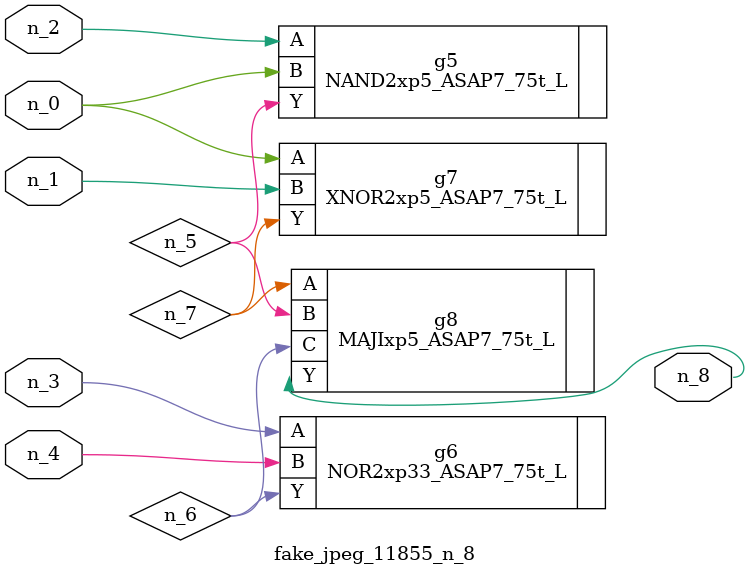
<source format=v>
module fake_jpeg_11855_n_8 (n_3, n_2, n_1, n_0, n_4, n_8);

input n_3;
input n_2;
input n_1;
input n_0;
input n_4;

output n_8;

wire n_6;
wire n_5;
wire n_7;

NAND2xp5_ASAP7_75t_L g5 ( 
.A(n_2),
.B(n_0),
.Y(n_5)
);

NOR2xp33_ASAP7_75t_L g6 ( 
.A(n_3),
.B(n_4),
.Y(n_6)
);

XNOR2xp5_ASAP7_75t_L g7 ( 
.A(n_0),
.B(n_1),
.Y(n_7)
);

MAJIxp5_ASAP7_75t_L g8 ( 
.A(n_7),
.B(n_5),
.C(n_6),
.Y(n_8)
);


endmodule
</source>
